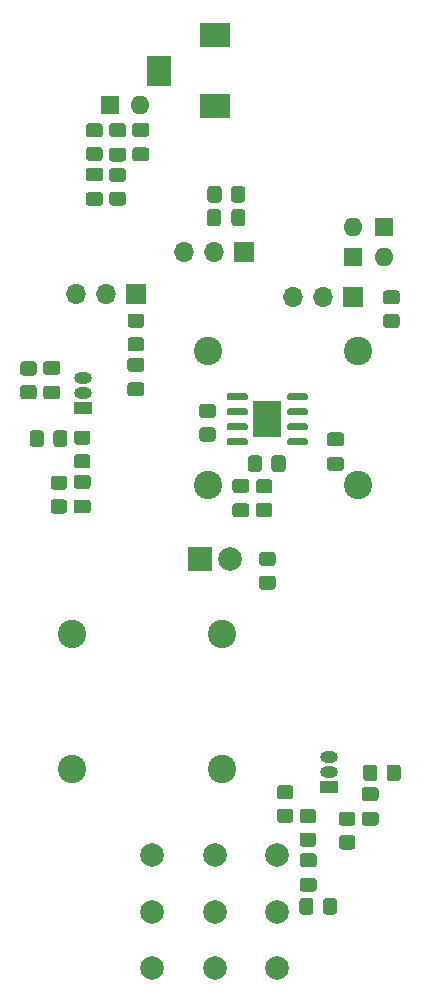
<source format=gbr>
%TF.GenerationSoftware,KiCad,Pcbnew,5.1.9*%
%TF.CreationDate,2021-02-01T12:12:55-08:00*%
%TF.ProjectId,MainBoard,4d61696e-426f-4617-9264-2e6b69636164,rev?*%
%TF.SameCoordinates,Original*%
%TF.FileFunction,Soldermask,Bot*%
%TF.FilePolarity,Negative*%
%FSLAX46Y46*%
G04 Gerber Fmt 4.6, Leading zero omitted, Abs format (unit mm)*
G04 Created by KiCad (PCBNEW 5.1.9) date 2021-02-01 12:12:55*
%MOMM*%
%LPD*%
G01*
G04 APERTURE LIST*
%ADD10C,2.000000*%
%ADD11R,1.700000X1.700000*%
%ADD12O,1.700000X1.700000*%
%ADD13R,2.000000X2.000000*%
%ADD14O,1.600000X1.600000*%
%ADD15R,1.600000X1.600000*%
%ADD16C,2.400000*%
%ADD17R,2.400000X3.100000*%
%ADD18R,1.500000X1.000000*%
%ADD19O,1.500000X1.000000*%
%ADD20R,2.600000X2.000000*%
%ADD21R,2.000000X2.600000*%
G04 APERTURE END LIST*
D10*
%TO.C,U1*%
X94700000Y-130800000D03*
X94700000Y-140400000D03*
X94700000Y-135600000D03*
X105300000Y-130800000D03*
X105300000Y-140400000D03*
X105300000Y-135600000D03*
X100000000Y-130799400D03*
X100000000Y-135600000D03*
X100000000Y-140400600D03*
%TD*%
%TO.C,R15*%
G36*
G01*
X109160000Y-135610001D02*
X109160000Y-134709999D01*
G75*
G02*
X109409999Y-134460000I249999J0D01*
G01*
X110110001Y-134460000D01*
G75*
G02*
X110360000Y-134709999I0J-249999D01*
G01*
X110360000Y-135610001D01*
G75*
G02*
X110110001Y-135860000I-249999J0D01*
G01*
X109409999Y-135860000D01*
G75*
G02*
X109160000Y-135610001I0J249999D01*
G01*
G37*
G36*
G01*
X107160000Y-135610001D02*
X107160000Y-134709999D01*
G75*
G02*
X107409999Y-134460000I249999J0D01*
G01*
X108110001Y-134460000D01*
G75*
G02*
X108360000Y-134709999I0J-249999D01*
G01*
X108360000Y-135610001D01*
G75*
G02*
X108110001Y-135860000I-249999J0D01*
G01*
X107409999Y-135860000D01*
G75*
G02*
X107160000Y-135610001I0J249999D01*
G01*
G37*
%TD*%
D11*
%TO.C,J6*%
X93325000Y-83350000D03*
D12*
X90785000Y-83350000D03*
X88245000Y-83350000D03*
%TD*%
%TO.C,R11*%
G36*
G01*
X84675001Y-90225000D02*
X83774999Y-90225000D01*
G75*
G02*
X83525000Y-89975001I0J249999D01*
G01*
X83525000Y-89274999D01*
G75*
G02*
X83774999Y-89025000I249999J0D01*
G01*
X84675001Y-89025000D01*
G75*
G02*
X84925000Y-89274999I0J-249999D01*
G01*
X84925000Y-89975001D01*
G75*
G02*
X84675001Y-90225000I-249999J0D01*
G01*
G37*
G36*
G01*
X84675001Y-92225000D02*
X83774999Y-92225000D01*
G75*
G02*
X83525000Y-91975001I0J249999D01*
G01*
X83525000Y-91274999D01*
G75*
G02*
X83774999Y-91025000I249999J0D01*
G01*
X84675001Y-91025000D01*
G75*
G02*
X84925000Y-91274999I0J-249999D01*
G01*
X84925000Y-91975001D01*
G75*
G02*
X84675001Y-92225000I-249999J0D01*
G01*
G37*
%TD*%
%TO.C,C8*%
G36*
G01*
X92845000Y-90797500D02*
X93795000Y-90797500D01*
G75*
G02*
X94045000Y-91047500I0J-250000D01*
G01*
X94045000Y-91722500D01*
G75*
G02*
X93795000Y-91972500I-250000J0D01*
G01*
X92845000Y-91972500D01*
G75*
G02*
X92595000Y-91722500I0J250000D01*
G01*
X92595000Y-91047500D01*
G75*
G02*
X92845000Y-90797500I250000J0D01*
G01*
G37*
G36*
G01*
X92845000Y-88722500D02*
X93795000Y-88722500D01*
G75*
G02*
X94045000Y-88972500I0J-250000D01*
G01*
X94045000Y-89647500D01*
G75*
G02*
X93795000Y-89897500I-250000J0D01*
G01*
X92845000Y-89897500D01*
G75*
G02*
X92595000Y-89647500I0J250000D01*
G01*
X92595000Y-88972500D01*
G75*
G02*
X92845000Y-88722500I250000J0D01*
G01*
G37*
%TD*%
D13*
%TO.C,D2*%
X98750000Y-105750000D03*
D10*
X101290000Y-105750000D03*
%TD*%
D14*
%TO.C,D4*%
X114310000Y-80160000D03*
D15*
X114310000Y-77620000D03*
%TD*%
D14*
%TO.C,D3*%
X111720000Y-77600000D03*
D15*
X111720000Y-80140000D03*
%TD*%
D14*
%TO.C,D1*%
X93670000Y-67300000D03*
D15*
X91130000Y-67300000D03*
%TD*%
D16*
%TO.C,J1*%
X100600000Y-123500000D03*
X87900000Y-123500000D03*
X100600000Y-112100000D03*
X87900000Y-112100000D03*
%TD*%
D17*
%TO.C,U2*%
X104450000Y-93930000D03*
G36*
G01*
X102775000Y-91875000D02*
X102775000Y-92175000D01*
G75*
G02*
X102625000Y-92325000I-150000J0D01*
G01*
X101150000Y-92325000D01*
G75*
G02*
X101000000Y-92175000I0J150000D01*
G01*
X101000000Y-91875000D01*
G75*
G02*
X101150000Y-91725000I150000J0D01*
G01*
X102625000Y-91725000D01*
G75*
G02*
X102775000Y-91875000I0J-150000D01*
G01*
G37*
G36*
G01*
X102775000Y-93145000D02*
X102775000Y-93445000D01*
G75*
G02*
X102625000Y-93595000I-150000J0D01*
G01*
X101150000Y-93595000D01*
G75*
G02*
X101000000Y-93445000I0J150000D01*
G01*
X101000000Y-93145000D01*
G75*
G02*
X101150000Y-92995000I150000J0D01*
G01*
X102625000Y-92995000D01*
G75*
G02*
X102775000Y-93145000I0J-150000D01*
G01*
G37*
G36*
G01*
X102775000Y-94415000D02*
X102775000Y-94715000D01*
G75*
G02*
X102625000Y-94865000I-150000J0D01*
G01*
X101150000Y-94865000D01*
G75*
G02*
X101000000Y-94715000I0J150000D01*
G01*
X101000000Y-94415000D01*
G75*
G02*
X101150000Y-94265000I150000J0D01*
G01*
X102625000Y-94265000D01*
G75*
G02*
X102775000Y-94415000I0J-150000D01*
G01*
G37*
G36*
G01*
X102775000Y-95685000D02*
X102775000Y-95985000D01*
G75*
G02*
X102625000Y-96135000I-150000J0D01*
G01*
X101150000Y-96135000D01*
G75*
G02*
X101000000Y-95985000I0J150000D01*
G01*
X101000000Y-95685000D01*
G75*
G02*
X101150000Y-95535000I150000J0D01*
G01*
X102625000Y-95535000D01*
G75*
G02*
X102775000Y-95685000I0J-150000D01*
G01*
G37*
G36*
G01*
X107900000Y-95685000D02*
X107900000Y-95985000D01*
G75*
G02*
X107750000Y-96135000I-150000J0D01*
G01*
X106275000Y-96135000D01*
G75*
G02*
X106125000Y-95985000I0J150000D01*
G01*
X106125000Y-95685000D01*
G75*
G02*
X106275000Y-95535000I150000J0D01*
G01*
X107750000Y-95535000D01*
G75*
G02*
X107900000Y-95685000I0J-150000D01*
G01*
G37*
G36*
G01*
X107900000Y-94415000D02*
X107900000Y-94715000D01*
G75*
G02*
X107750000Y-94865000I-150000J0D01*
G01*
X106275000Y-94865000D01*
G75*
G02*
X106125000Y-94715000I0J150000D01*
G01*
X106125000Y-94415000D01*
G75*
G02*
X106275000Y-94265000I150000J0D01*
G01*
X107750000Y-94265000D01*
G75*
G02*
X107900000Y-94415000I0J-150000D01*
G01*
G37*
G36*
G01*
X107900000Y-93145000D02*
X107900000Y-93445000D01*
G75*
G02*
X107750000Y-93595000I-150000J0D01*
G01*
X106275000Y-93595000D01*
G75*
G02*
X106125000Y-93445000I0J150000D01*
G01*
X106125000Y-93145000D01*
G75*
G02*
X106275000Y-92995000I150000J0D01*
G01*
X107750000Y-92995000D01*
G75*
G02*
X107900000Y-93145000I0J-150000D01*
G01*
G37*
G36*
G01*
X107900000Y-91875000D02*
X107900000Y-92175000D01*
G75*
G02*
X107750000Y-92325000I-150000J0D01*
G01*
X106275000Y-92325000D01*
G75*
G02*
X106125000Y-92175000I0J150000D01*
G01*
X106125000Y-91875000D01*
G75*
G02*
X106275000Y-91725000I150000J0D01*
G01*
X107750000Y-91725000D01*
G75*
G02*
X107900000Y-91875000I0J-150000D01*
G01*
G37*
%TD*%
%TO.C,R18*%
G36*
G01*
X110749999Y-129150000D02*
X111650001Y-129150000D01*
G75*
G02*
X111900000Y-129399999I0J-249999D01*
G01*
X111900000Y-130100001D01*
G75*
G02*
X111650001Y-130350000I-249999J0D01*
G01*
X110749999Y-130350000D01*
G75*
G02*
X110500000Y-130100001I0J249999D01*
G01*
X110500000Y-129399999D01*
G75*
G02*
X110749999Y-129150000I249999J0D01*
G01*
G37*
G36*
G01*
X110749999Y-127150000D02*
X111650001Y-127150000D01*
G75*
G02*
X111900000Y-127399999I0J-249999D01*
G01*
X111900000Y-128100001D01*
G75*
G02*
X111650001Y-128350000I-249999J0D01*
G01*
X110749999Y-128350000D01*
G75*
G02*
X110500000Y-128100001I0J249999D01*
G01*
X110500000Y-127399999D01*
G75*
G02*
X110749999Y-127150000I249999J0D01*
G01*
G37*
%TD*%
%TO.C,R17*%
G36*
G01*
X105509999Y-126890000D02*
X106410001Y-126890000D01*
G75*
G02*
X106660000Y-127139999I0J-249999D01*
G01*
X106660000Y-127840001D01*
G75*
G02*
X106410001Y-128090000I-249999J0D01*
G01*
X105509999Y-128090000D01*
G75*
G02*
X105260000Y-127840001I0J249999D01*
G01*
X105260000Y-127139999D01*
G75*
G02*
X105509999Y-126890000I249999J0D01*
G01*
G37*
G36*
G01*
X105509999Y-124890000D02*
X106410001Y-124890000D01*
G75*
G02*
X106660000Y-125139999I0J-249999D01*
G01*
X106660000Y-125840001D01*
G75*
G02*
X106410001Y-126090000I-249999J0D01*
G01*
X105509999Y-126090000D01*
G75*
G02*
X105260000Y-125840001I0J249999D01*
G01*
X105260000Y-125139999D01*
G75*
G02*
X105509999Y-124890000I249999J0D01*
G01*
G37*
%TD*%
%TO.C,R16*%
G36*
G01*
X107429999Y-128920000D02*
X108330001Y-128920000D01*
G75*
G02*
X108580000Y-129169999I0J-249999D01*
G01*
X108580000Y-129870001D01*
G75*
G02*
X108330001Y-130120000I-249999J0D01*
G01*
X107429999Y-130120000D01*
G75*
G02*
X107180000Y-129870001I0J249999D01*
G01*
X107180000Y-129169999D01*
G75*
G02*
X107429999Y-128920000I249999J0D01*
G01*
G37*
G36*
G01*
X107429999Y-126920000D02*
X108330001Y-126920000D01*
G75*
G02*
X108580000Y-127169999I0J-249999D01*
G01*
X108580000Y-127870001D01*
G75*
G02*
X108330001Y-128120000I-249999J0D01*
G01*
X107429999Y-128120000D01*
G75*
G02*
X107180000Y-127870001I0J249999D01*
G01*
X107180000Y-127169999D01*
G75*
G02*
X107429999Y-126920000I249999J0D01*
G01*
G37*
%TD*%
%TO.C,R14*%
G36*
G01*
X87250001Y-99900000D02*
X86349999Y-99900000D01*
G75*
G02*
X86100000Y-99650001I0J249999D01*
G01*
X86100000Y-98949999D01*
G75*
G02*
X86349999Y-98700000I249999J0D01*
G01*
X87250001Y-98700000D01*
G75*
G02*
X87500000Y-98949999I0J-249999D01*
G01*
X87500000Y-99650001D01*
G75*
G02*
X87250001Y-99900000I-249999J0D01*
G01*
G37*
G36*
G01*
X87250001Y-101900000D02*
X86349999Y-101900000D01*
G75*
G02*
X86100000Y-101650001I0J249999D01*
G01*
X86100000Y-100949999D01*
G75*
G02*
X86349999Y-100700000I249999J0D01*
G01*
X87250001Y-100700000D01*
G75*
G02*
X87500000Y-100949999I0J-249999D01*
G01*
X87500000Y-101650001D01*
G75*
G02*
X87250001Y-101900000I-249999J0D01*
G01*
G37*
%TD*%
%TO.C,R13*%
G36*
G01*
X89225001Y-96075000D02*
X88324999Y-96075000D01*
G75*
G02*
X88075000Y-95825001I0J249999D01*
G01*
X88075000Y-95124999D01*
G75*
G02*
X88324999Y-94875000I249999J0D01*
G01*
X89225001Y-94875000D01*
G75*
G02*
X89475000Y-95124999I0J-249999D01*
G01*
X89475000Y-95825001D01*
G75*
G02*
X89225001Y-96075000I-249999J0D01*
G01*
G37*
G36*
G01*
X89225001Y-98075000D02*
X88324999Y-98075000D01*
G75*
G02*
X88075000Y-97825001I0J249999D01*
G01*
X88075000Y-97124999D01*
G75*
G02*
X88324999Y-96875000I249999J0D01*
G01*
X89225001Y-96875000D01*
G75*
G02*
X89475000Y-97124999I0J-249999D01*
G01*
X89475000Y-97825001D01*
G75*
G02*
X89225001Y-98075000I-249999J0D01*
G01*
G37*
%TD*%
%TO.C,R12*%
G36*
G01*
X85525000Y-95099999D02*
X85525000Y-96000001D01*
G75*
G02*
X85275001Y-96250000I-249999J0D01*
G01*
X84574999Y-96250000D01*
G75*
G02*
X84325000Y-96000001I0J249999D01*
G01*
X84325000Y-95099999D01*
G75*
G02*
X84574999Y-94850000I249999J0D01*
G01*
X85275001Y-94850000D01*
G75*
G02*
X85525000Y-95099999I0J-249999D01*
G01*
G37*
G36*
G01*
X87525000Y-95099999D02*
X87525000Y-96000001D01*
G75*
G02*
X87275001Y-96250000I-249999J0D01*
G01*
X86574999Y-96250000D01*
G75*
G02*
X86325000Y-96000001I0J249999D01*
G01*
X86325000Y-95099999D01*
G75*
G02*
X86574999Y-94850000I249999J0D01*
G01*
X87275001Y-94850000D01*
G75*
G02*
X87525000Y-95099999I0J-249999D01*
G01*
G37*
%TD*%
%TO.C,R10*%
G36*
G01*
X92869999Y-86970000D02*
X93770001Y-86970000D01*
G75*
G02*
X94020000Y-87219999I0J-249999D01*
G01*
X94020000Y-87920001D01*
G75*
G02*
X93770001Y-88170000I-249999J0D01*
G01*
X92869999Y-88170000D01*
G75*
G02*
X92620000Y-87920001I0J249999D01*
G01*
X92620000Y-87219999D01*
G75*
G02*
X92869999Y-86970000I249999J0D01*
G01*
G37*
G36*
G01*
X92869999Y-84970000D02*
X93770001Y-84970000D01*
G75*
G02*
X94020000Y-85219999I0J-249999D01*
G01*
X94020000Y-85920001D01*
G75*
G02*
X93770001Y-86170000I-249999J0D01*
G01*
X92869999Y-86170000D01*
G75*
G02*
X92620000Y-85920001I0J249999D01*
G01*
X92620000Y-85219999D01*
G75*
G02*
X92869999Y-84970000I249999J0D01*
G01*
G37*
%TD*%
%TO.C,R9*%
G36*
G01*
X98929999Y-94610000D02*
X99830001Y-94610000D01*
G75*
G02*
X100080000Y-94859999I0J-249999D01*
G01*
X100080000Y-95560001D01*
G75*
G02*
X99830001Y-95810000I-249999J0D01*
G01*
X98929999Y-95810000D01*
G75*
G02*
X98680000Y-95560001I0J249999D01*
G01*
X98680000Y-94859999D01*
G75*
G02*
X98929999Y-94610000I249999J0D01*
G01*
G37*
G36*
G01*
X98929999Y-92610000D02*
X99830001Y-92610000D01*
G75*
G02*
X100080000Y-92859999I0J-249999D01*
G01*
X100080000Y-93560001D01*
G75*
G02*
X99830001Y-93810000I-249999J0D01*
G01*
X98929999Y-93810000D01*
G75*
G02*
X98680000Y-93560001I0J249999D01*
G01*
X98680000Y-92859999D01*
G75*
G02*
X98929999Y-92610000I249999J0D01*
G01*
G37*
%TD*%
%TO.C,R8*%
G36*
G01*
X100575000Y-74424999D02*
X100575000Y-75325001D01*
G75*
G02*
X100325001Y-75575000I-249999J0D01*
G01*
X99624999Y-75575000D01*
G75*
G02*
X99375000Y-75325001I0J249999D01*
G01*
X99375000Y-74424999D01*
G75*
G02*
X99624999Y-74175000I249999J0D01*
G01*
X100325001Y-74175000D01*
G75*
G02*
X100575000Y-74424999I0J-249999D01*
G01*
G37*
G36*
G01*
X102575000Y-74424999D02*
X102575000Y-75325001D01*
G75*
G02*
X102325001Y-75575000I-249999J0D01*
G01*
X101624999Y-75575000D01*
G75*
G02*
X101375000Y-75325001I0J249999D01*
G01*
X101375000Y-74424999D01*
G75*
G02*
X101624999Y-74175000I249999J0D01*
G01*
X102325001Y-74175000D01*
G75*
G02*
X102575000Y-74424999I0J-249999D01*
G01*
G37*
%TD*%
%TO.C,R7*%
G36*
G01*
X104630001Y-100200000D02*
X103729999Y-100200000D01*
G75*
G02*
X103480000Y-99950001I0J249999D01*
G01*
X103480000Y-99249999D01*
G75*
G02*
X103729999Y-99000000I249999J0D01*
G01*
X104630001Y-99000000D01*
G75*
G02*
X104880000Y-99249999I0J-249999D01*
G01*
X104880000Y-99950001D01*
G75*
G02*
X104630001Y-100200000I-249999J0D01*
G01*
G37*
G36*
G01*
X104630001Y-102200000D02*
X103729999Y-102200000D01*
G75*
G02*
X103480000Y-101950001I0J249999D01*
G01*
X103480000Y-101249999D01*
G75*
G02*
X103729999Y-101000000I249999J0D01*
G01*
X104630001Y-101000000D01*
G75*
G02*
X104880000Y-101249999I0J-249999D01*
G01*
X104880000Y-101950001D01*
G75*
G02*
X104630001Y-102200000I-249999J0D01*
G01*
G37*
%TD*%
%TO.C,R6*%
G36*
G01*
X104800000Y-98130001D02*
X104800000Y-97229999D01*
G75*
G02*
X105049999Y-96980000I249999J0D01*
G01*
X105750001Y-96980000D01*
G75*
G02*
X106000000Y-97229999I0J-249999D01*
G01*
X106000000Y-98130001D01*
G75*
G02*
X105750001Y-98380000I-249999J0D01*
G01*
X105049999Y-98380000D01*
G75*
G02*
X104800000Y-98130001I0J249999D01*
G01*
G37*
G36*
G01*
X102800000Y-98130001D02*
X102800000Y-97229999D01*
G75*
G02*
X103049999Y-96980000I249999J0D01*
G01*
X103750001Y-96980000D01*
G75*
G02*
X104000000Y-97229999I0J-249999D01*
G01*
X104000000Y-98130001D01*
G75*
G02*
X103750001Y-98380000I-249999J0D01*
G01*
X103049999Y-98380000D01*
G75*
G02*
X102800000Y-98130001I0J249999D01*
G01*
G37*
%TD*%
%TO.C,R5*%
G36*
G01*
X114499999Y-85000000D02*
X115400001Y-85000000D01*
G75*
G02*
X115650000Y-85249999I0J-249999D01*
G01*
X115650000Y-85950001D01*
G75*
G02*
X115400001Y-86200000I-249999J0D01*
G01*
X114499999Y-86200000D01*
G75*
G02*
X114250000Y-85950001I0J249999D01*
G01*
X114250000Y-85249999D01*
G75*
G02*
X114499999Y-85000000I249999J0D01*
G01*
G37*
G36*
G01*
X114499999Y-83000000D02*
X115400001Y-83000000D01*
G75*
G02*
X115650000Y-83249999I0J-249999D01*
G01*
X115650000Y-83950001D01*
G75*
G02*
X115400001Y-84200000I-249999J0D01*
G01*
X114499999Y-84200000D01*
G75*
G02*
X114250000Y-83950001I0J249999D01*
G01*
X114250000Y-83249999D01*
G75*
G02*
X114499999Y-83000000I249999J0D01*
G01*
G37*
%TD*%
%TO.C,R4*%
G36*
G01*
X113750000Y-123399999D02*
X113750000Y-124300001D01*
G75*
G02*
X113500001Y-124550000I-249999J0D01*
G01*
X112799999Y-124550000D01*
G75*
G02*
X112550000Y-124300001I0J249999D01*
G01*
X112550000Y-123399999D01*
G75*
G02*
X112799999Y-123150000I249999J0D01*
G01*
X113500001Y-123150000D01*
G75*
G02*
X113750000Y-123399999I0J-249999D01*
G01*
G37*
G36*
G01*
X115750000Y-123399999D02*
X115750000Y-124300001D01*
G75*
G02*
X115500001Y-124550000I-249999J0D01*
G01*
X114799999Y-124550000D01*
G75*
G02*
X114550000Y-124300001I0J249999D01*
G01*
X114550000Y-123399999D01*
G75*
G02*
X114799999Y-123150000I249999J0D01*
G01*
X115500001Y-123150000D01*
G75*
G02*
X115750000Y-123399999I0J-249999D01*
G01*
G37*
%TD*%
%TO.C,R3*%
G36*
G01*
X91319999Y-74640000D02*
X92220001Y-74640000D01*
G75*
G02*
X92470000Y-74889999I0J-249999D01*
G01*
X92470000Y-75590001D01*
G75*
G02*
X92220001Y-75840000I-249999J0D01*
G01*
X91319999Y-75840000D01*
G75*
G02*
X91070000Y-75590001I0J249999D01*
G01*
X91070000Y-74889999D01*
G75*
G02*
X91319999Y-74640000I249999J0D01*
G01*
G37*
G36*
G01*
X91319999Y-72640000D02*
X92220001Y-72640000D01*
G75*
G02*
X92470000Y-72889999I0J-249999D01*
G01*
X92470000Y-73590001D01*
G75*
G02*
X92220001Y-73840000I-249999J0D01*
G01*
X91319999Y-73840000D01*
G75*
G02*
X91070000Y-73590001I0J249999D01*
G01*
X91070000Y-72889999D01*
G75*
G02*
X91319999Y-72640000I249999J0D01*
G01*
G37*
%TD*%
%TO.C,R2*%
G36*
G01*
X89349999Y-68850000D02*
X90250001Y-68850000D01*
G75*
G02*
X90500000Y-69099999I0J-249999D01*
G01*
X90500000Y-69800001D01*
G75*
G02*
X90250001Y-70050000I-249999J0D01*
G01*
X89349999Y-70050000D01*
G75*
G02*
X89100000Y-69800001I0J249999D01*
G01*
X89100000Y-69099999D01*
G75*
G02*
X89349999Y-68850000I249999J0D01*
G01*
G37*
G36*
G01*
X89349999Y-70850000D02*
X90250001Y-70850000D01*
G75*
G02*
X90500000Y-71099999I0J-249999D01*
G01*
X90500000Y-71800001D01*
G75*
G02*
X90250001Y-72050000I-249999J0D01*
G01*
X89349999Y-72050000D01*
G75*
G02*
X89100000Y-71800001I0J249999D01*
G01*
X89100000Y-71099999D01*
G75*
G02*
X89349999Y-70850000I249999J0D01*
G01*
G37*
%TD*%
%TO.C,R1*%
G36*
G01*
X104900001Y-106350000D02*
X103999999Y-106350000D01*
G75*
G02*
X103750000Y-106100001I0J249999D01*
G01*
X103750000Y-105399999D01*
G75*
G02*
X103999999Y-105150000I249999J0D01*
G01*
X104900001Y-105150000D01*
G75*
G02*
X105150000Y-105399999I0J-249999D01*
G01*
X105150000Y-106100001D01*
G75*
G02*
X104900001Y-106350000I-249999J0D01*
G01*
G37*
G36*
G01*
X104900001Y-108350000D02*
X103999999Y-108350000D01*
G75*
G02*
X103750000Y-108100001I0J249999D01*
G01*
X103750000Y-107399999D01*
G75*
G02*
X103999999Y-107150000I249999J0D01*
G01*
X104900001Y-107150000D01*
G75*
G02*
X105150000Y-107399999I0J-249999D01*
G01*
X105150000Y-108100001D01*
G75*
G02*
X104900001Y-108350000I-249999J0D01*
G01*
G37*
%TD*%
D18*
%TO.C,Q2*%
X109700000Y-125020000D03*
D19*
X109700000Y-122480000D03*
X109700000Y-123750000D03*
%TD*%
D18*
%TO.C,Q1*%
X88825000Y-92940000D03*
D19*
X88825000Y-90400000D03*
X88825000Y-91670000D03*
%TD*%
D12*
%TO.C,J5*%
X97375000Y-79750000D03*
X99915000Y-79750000D03*
D11*
X102455000Y-79750000D03*
%TD*%
D12*
%TO.C,J4*%
X106620000Y-83600000D03*
X109160000Y-83600000D03*
D11*
X111700000Y-83600000D03*
%TD*%
D16*
%TO.C,J3*%
X99400000Y-88100000D03*
X112100000Y-88100000D03*
X99400000Y-99500000D03*
X112100000Y-99500000D03*
%TD*%
D20*
%TO.C,J2*%
X100000000Y-61400000D03*
X100000000Y-67400000D03*
D21*
X95300000Y-64400000D03*
%TD*%
%TO.C,C11*%
G36*
G01*
X107435000Y-132747500D02*
X108385000Y-132747500D01*
G75*
G02*
X108635000Y-132997500I0J-250000D01*
G01*
X108635000Y-133672500D01*
G75*
G02*
X108385000Y-133922500I-250000J0D01*
G01*
X107435000Y-133922500D01*
G75*
G02*
X107185000Y-133672500I0J250000D01*
G01*
X107185000Y-132997500D01*
G75*
G02*
X107435000Y-132747500I250000J0D01*
G01*
G37*
G36*
G01*
X107435000Y-130672500D02*
X108385000Y-130672500D01*
G75*
G02*
X108635000Y-130922500I0J-250000D01*
G01*
X108635000Y-131597500D01*
G75*
G02*
X108385000Y-131847500I-250000J0D01*
G01*
X107435000Y-131847500D01*
G75*
G02*
X107185000Y-131597500I0J250000D01*
G01*
X107185000Y-130922500D01*
G75*
G02*
X107435000Y-130672500I250000J0D01*
G01*
G37*
%TD*%
%TO.C,C10*%
G36*
G01*
X88300000Y-100712500D02*
X89250000Y-100712500D01*
G75*
G02*
X89500000Y-100962500I0J-250000D01*
G01*
X89500000Y-101637500D01*
G75*
G02*
X89250000Y-101887500I-250000J0D01*
G01*
X88300000Y-101887500D01*
G75*
G02*
X88050000Y-101637500I0J250000D01*
G01*
X88050000Y-100962500D01*
G75*
G02*
X88300000Y-100712500I250000J0D01*
G01*
G37*
G36*
G01*
X88300000Y-98637500D02*
X89250000Y-98637500D01*
G75*
G02*
X89500000Y-98887500I0J-250000D01*
G01*
X89500000Y-99562500D01*
G75*
G02*
X89250000Y-99812500I-250000J0D01*
G01*
X88300000Y-99812500D01*
G75*
G02*
X88050000Y-99562500I0J250000D01*
G01*
X88050000Y-98887500D01*
G75*
G02*
X88300000Y-98637500I250000J0D01*
G01*
G37*
%TD*%
%TO.C,C9*%
G36*
G01*
X86675000Y-90162500D02*
X85725000Y-90162500D01*
G75*
G02*
X85475000Y-89912500I0J250000D01*
G01*
X85475000Y-89237500D01*
G75*
G02*
X85725000Y-88987500I250000J0D01*
G01*
X86675000Y-88987500D01*
G75*
G02*
X86925000Y-89237500I0J-250000D01*
G01*
X86925000Y-89912500D01*
G75*
G02*
X86675000Y-90162500I-250000J0D01*
G01*
G37*
G36*
G01*
X86675000Y-92237500D02*
X85725000Y-92237500D01*
G75*
G02*
X85475000Y-91987500I0J250000D01*
G01*
X85475000Y-91312500D01*
G75*
G02*
X85725000Y-91062500I250000J0D01*
G01*
X86675000Y-91062500D01*
G75*
G02*
X86925000Y-91312500I0J-250000D01*
G01*
X86925000Y-91987500D01*
G75*
G02*
X86675000Y-92237500I-250000J0D01*
G01*
G37*
%TD*%
%TO.C,C7*%
G36*
G01*
X101412500Y-77325000D02*
X101412500Y-76375000D01*
G75*
G02*
X101662500Y-76125000I250000J0D01*
G01*
X102337500Y-76125000D01*
G75*
G02*
X102587500Y-76375000I0J-250000D01*
G01*
X102587500Y-77325000D01*
G75*
G02*
X102337500Y-77575000I-250000J0D01*
G01*
X101662500Y-77575000D01*
G75*
G02*
X101412500Y-77325000I0J250000D01*
G01*
G37*
G36*
G01*
X99337500Y-77325000D02*
X99337500Y-76375000D01*
G75*
G02*
X99587500Y-76125000I250000J0D01*
G01*
X100262500Y-76125000D01*
G75*
G02*
X100512500Y-76375000I0J-250000D01*
G01*
X100512500Y-77325000D01*
G75*
G02*
X100262500Y-77575000I-250000J0D01*
G01*
X99587500Y-77575000D01*
G75*
G02*
X99337500Y-77325000I0J250000D01*
G01*
G37*
%TD*%
%TO.C,C6*%
G36*
G01*
X101735000Y-101047500D02*
X102685000Y-101047500D01*
G75*
G02*
X102935000Y-101297500I0J-250000D01*
G01*
X102935000Y-101972500D01*
G75*
G02*
X102685000Y-102222500I-250000J0D01*
G01*
X101735000Y-102222500D01*
G75*
G02*
X101485000Y-101972500I0J250000D01*
G01*
X101485000Y-101297500D01*
G75*
G02*
X101735000Y-101047500I250000J0D01*
G01*
G37*
G36*
G01*
X101735000Y-98972500D02*
X102685000Y-98972500D01*
G75*
G02*
X102935000Y-99222500I0J-250000D01*
G01*
X102935000Y-99897500D01*
G75*
G02*
X102685000Y-100147500I-250000J0D01*
G01*
X101735000Y-100147500D01*
G75*
G02*
X101485000Y-99897500I0J250000D01*
G01*
X101485000Y-99222500D01*
G75*
G02*
X101735000Y-98972500I250000J0D01*
G01*
G37*
%TD*%
%TO.C,C5*%
G36*
G01*
X110695000Y-96210000D02*
X109745000Y-96210000D01*
G75*
G02*
X109495000Y-95960000I0J250000D01*
G01*
X109495000Y-95285000D01*
G75*
G02*
X109745000Y-95035000I250000J0D01*
G01*
X110695000Y-95035000D01*
G75*
G02*
X110945000Y-95285000I0J-250000D01*
G01*
X110945000Y-95960000D01*
G75*
G02*
X110695000Y-96210000I-250000J0D01*
G01*
G37*
G36*
G01*
X110695000Y-98285000D02*
X109745000Y-98285000D01*
G75*
G02*
X109495000Y-98035000I0J250000D01*
G01*
X109495000Y-97360000D01*
G75*
G02*
X109745000Y-97110000I250000J0D01*
G01*
X110695000Y-97110000D01*
G75*
G02*
X110945000Y-97360000I0J-250000D01*
G01*
X110945000Y-98035000D01*
G75*
G02*
X110695000Y-98285000I-250000J0D01*
G01*
G37*
%TD*%
%TO.C,C4*%
G36*
G01*
X113625000Y-126250000D02*
X112675000Y-126250000D01*
G75*
G02*
X112425000Y-126000000I0J250000D01*
G01*
X112425000Y-125325000D01*
G75*
G02*
X112675000Y-125075000I250000J0D01*
G01*
X113625000Y-125075000D01*
G75*
G02*
X113875000Y-125325000I0J-250000D01*
G01*
X113875000Y-126000000D01*
G75*
G02*
X113625000Y-126250000I-250000J0D01*
G01*
G37*
G36*
G01*
X113625000Y-128325000D02*
X112675000Y-128325000D01*
G75*
G02*
X112425000Y-128075000I0J250000D01*
G01*
X112425000Y-127400000D01*
G75*
G02*
X112675000Y-127150000I250000J0D01*
G01*
X113625000Y-127150000D01*
G75*
G02*
X113875000Y-127400000I0J-250000D01*
G01*
X113875000Y-128075000D01*
G75*
G02*
X113625000Y-128325000I-250000J0D01*
G01*
G37*
%TD*%
%TO.C,C3*%
G36*
G01*
X89335000Y-74687500D02*
X90285000Y-74687500D01*
G75*
G02*
X90535000Y-74937500I0J-250000D01*
G01*
X90535000Y-75612500D01*
G75*
G02*
X90285000Y-75862500I-250000J0D01*
G01*
X89335000Y-75862500D01*
G75*
G02*
X89085000Y-75612500I0J250000D01*
G01*
X89085000Y-74937500D01*
G75*
G02*
X89335000Y-74687500I250000J0D01*
G01*
G37*
G36*
G01*
X89335000Y-72612500D02*
X90285000Y-72612500D01*
G75*
G02*
X90535000Y-72862500I0J-250000D01*
G01*
X90535000Y-73537500D01*
G75*
G02*
X90285000Y-73787500I-250000J0D01*
G01*
X89335000Y-73787500D01*
G75*
G02*
X89085000Y-73537500I0J250000D01*
G01*
X89085000Y-72862500D01*
G75*
G02*
X89335000Y-72612500I250000J0D01*
G01*
G37*
%TD*%
%TO.C,C2*%
G36*
G01*
X91295000Y-68852500D02*
X92245000Y-68852500D01*
G75*
G02*
X92495000Y-69102500I0J-250000D01*
G01*
X92495000Y-69777500D01*
G75*
G02*
X92245000Y-70027500I-250000J0D01*
G01*
X91295000Y-70027500D01*
G75*
G02*
X91045000Y-69777500I0J250000D01*
G01*
X91045000Y-69102500D01*
G75*
G02*
X91295000Y-68852500I250000J0D01*
G01*
G37*
G36*
G01*
X91295000Y-70927500D02*
X92245000Y-70927500D01*
G75*
G02*
X92495000Y-71177500I0J-250000D01*
G01*
X92495000Y-71852500D01*
G75*
G02*
X92245000Y-72102500I-250000J0D01*
G01*
X91295000Y-72102500D01*
G75*
G02*
X91045000Y-71852500I0J250000D01*
G01*
X91045000Y-71177500D01*
G75*
G02*
X91295000Y-70927500I250000J0D01*
G01*
G37*
%TD*%
%TO.C,C1*%
G36*
G01*
X93265000Y-68832500D02*
X94215000Y-68832500D01*
G75*
G02*
X94465000Y-69082500I0J-250000D01*
G01*
X94465000Y-69757500D01*
G75*
G02*
X94215000Y-70007500I-250000J0D01*
G01*
X93265000Y-70007500D01*
G75*
G02*
X93015000Y-69757500I0J250000D01*
G01*
X93015000Y-69082500D01*
G75*
G02*
X93265000Y-68832500I250000J0D01*
G01*
G37*
G36*
G01*
X93265000Y-70907500D02*
X94215000Y-70907500D01*
G75*
G02*
X94465000Y-71157500I0J-250000D01*
G01*
X94465000Y-71832500D01*
G75*
G02*
X94215000Y-72082500I-250000J0D01*
G01*
X93265000Y-72082500D01*
G75*
G02*
X93015000Y-71832500I0J250000D01*
G01*
X93015000Y-71157500D01*
G75*
G02*
X93265000Y-70907500I250000J0D01*
G01*
G37*
%TD*%
M02*

</source>
